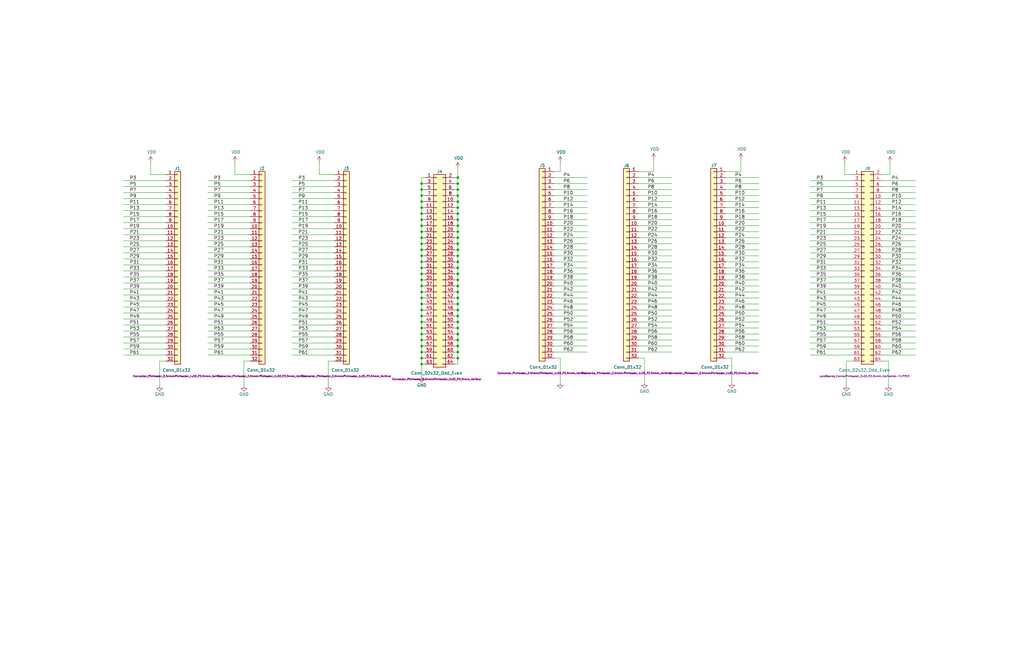
<source format=kicad_sch>
(kicad_sch (version 20230121) (generator eeschema)
  (paper "B")
  (title_block (title "ITX-65C816") (date "2022-08-30") (company "land-boards.com") (comment 1 "65C816 CPU CARD"))
  (lib_symbols
    (symbol "Connector_Generic:Conn_01x32" (pin_names (offset 1.016) hide)
      (property "Reference" "J" (at 0 40.64 0))
      (property "Value" "Conn_01x32" (at 0 -43.18 0))
      (symbol "Conn_01x32_1_1"
        (pin passive line (at -5.08 38.1 0) (length 3.81) (name "Pin_1") (number "1"))
        (pin passive line (at -5.08 15.24 0) (length 3.81) (name "Pin_10") (number "10"))
        (pin passive line (at -5.08 12.7 0) (length 3.81) (name "Pin_11") (number "11"))
        (pin passive line (at -5.08 10.16 0) (length 3.81) (name "Pin_12") (number "12"))
        (pin passive line (at -5.08 7.62 0) (length 3.81) (name "Pin_13") (number "13"))
        (pin passive line (at -5.08 5.08 0) (length 3.81) (name "Pin_14") (number "14"))
        (pin passive line (at -5.08 2.54 0) (length 3.81) (name "Pin_15") (number "15"))
        (pin passive line (at -5.08 0 0) (length 3.81) (name "Pin_16") (number "16"))
        (pin passive line (at -5.08 -2.54 0) (length 3.81) (name "Pin_17") (number "17"))
        (pin passive line (at -5.08 -5.08 0) (length 3.81) (name "Pin_18") (number "18"))
        (pin passive line (at -5.08 -7.62 0) (length 3.81) (name "Pin_19") (number "19"))
        (pin passive line (at -5.08 35.56 0) (length 3.81) (name "Pin_2") (number "2"))
        (pin passive line (at -5.08 -10.16 0) (length 3.81) (name "Pin_20") (number "20"))
        (pin passive line (at -5.08 -12.7 0) (length 3.81) (name "Pin_21") (number "21"))
        (pin passive line (at -5.08 -15.24 0) (length 3.81) (name "Pin_22") (number "22"))
        (pin passive line (at -5.08 -17.78 0) (length 3.81) (name "Pin_23") (number "23"))
        (pin passive line (at -5.08 -20.32 0) (length 3.81) (name "Pin_24") (number "24"))
        (pin passive line (at -5.08 -22.86 0) (length 3.81) (name "Pin_25") (number "25"))
        (pin passive line (at -5.08 -25.4 0) (length 3.81) (name "Pin_26") (number "26"))
        (pin passive line (at -5.08 -27.94 0) (length 3.81) (name "Pin_27") (number "27"))
        (pin passive line (at -5.08 -30.48 0) (length 3.81) (name "Pin_28") (number "28"))
        (pin passive line (at -5.08 -33.02 0) (length 3.81) (name "Pin_29") (number "29"))
        (pin passive line (at -5.08 33.02 0) (length 3.81) (name "Pin_3") (number "3"))
        (pin passive line (at -5.08 -35.56 0) (length 3.81) (name "Pin_30") (number "30"))
        (pin passive line (at -5.08 -38.1 0) (length 3.81) (name "Pin_31") (number "31"))
        (pin passive line (at -5.08 -40.64 0) (length 3.81) (name "Pin_32") (number "32"))
        (pin passive line (at -5.08 30.48 0) (length 3.81) (name "Pin_4") (number "4"))
        (pin passive line (at -5.08 27.94 0) (length 3.81) (name "Pin_5") (number "5"))
        (pin passive line (at -5.08 25.4 0) (length 3.81) (name "Pin_6") (number "6"))
        (pin passive line (at -5.08 22.86 0) (length 3.81) (name "Pin_7") (number "7"))
        (pin passive line (at -5.08 20.32 0) (length 3.81) (name "Pin_8") (number "8"))
        (pin passive line (at -5.08 17.78 0) (length 3.81) (name "Pin_9") (number "9"))
      )
    )
    (symbol "Connector_Generic:Conn_02x32_Odd_Even" (pin_names (offset 1.016) hide)
      (property "Reference" "J" (at 1.27 40.64 0))
      (property "Value" "Conn_02x32_Odd_Even" (at 1.27 -43.18 0))
      (symbol "Conn_02x32_Odd_Even_1_1"
        (pin passive line (at -5.08 38.1 0) (length 3.81) (name "Pin_1") (number "1"))
        (pin passive line (at 7.62 27.94 180) (length 3.81) (name "Pin_10") (number "10"))
        (pin passive line (at -5.08 25.4 0) (length 3.81) (name "Pin_11") (number "11"))
        (pin passive line (at 7.62 25.4 180) (length 3.81) (name "Pin_12") (number "12"))
        (pin passive line (at -5.08 22.86 0) (length 3.81) (name "Pin_13") (number "13"))
        (pin passive line (at 7.62 22.86 180) (length 3.81) (name "Pin_14") (number "14"))
        (pin passive line (at -5.08 20.32 0) (length 3.81) (name "Pin_15") (number "15"))
        (pin passive line (at 7.62 20.32 180) (length 3.81) (name "Pin_16") (number "16"))
        (pin passive line (at -5.08 17.78 0) (length 3.81) (name "Pin_17") (number "17"))
        (pin passive line (at 7.62 17.78 180) (length 3.81) (name "Pin_18") (number "18"))
        (pin passive line (at -5.08 15.24 0) (length 3.81) (name "Pin_19") (number "19"))
        (pin passive line (at 7.62 38.1 180) (length 3.81) (name "Pin_2") (number "2"))
        (pin passive line (at 7.62 15.24 180) (length 3.81) (name "Pin_20") (number "20"))
        (pin passive line (at -5.08 12.7 0) (length 3.81) (name "Pin_21") (number "21"))
        (pin passive line (at 7.62 12.7 180) (length 3.81) (name "Pin_22") (number "22"))
        (pin passive line (at -5.08 10.16 0) (length 3.81) (name "Pin_23") (number "23"))
        (pin passive line (at 7.62 10.16 180) (length 3.81) (name "Pin_24") (number "24"))
        (pin passive line (at -5.08 7.62 0) (length 3.81) (name "Pin_25") (number "25"))
        (pin passive line (at 7.62 7.62 180) (length 3.81) (name "Pin_26") (number "26"))
        (pin passive line (at -5.08 5.08 0) (length 3.81) (name "Pin_27") (number "27"))
        (pin passive line (at 7.62 5.08 180) (length 3.81) (name "Pin_28") (number "28"))
        (pin passive line (at -5.08 2.54 0) (length 3.81) (name "Pin_29") (number "29"))
        (pin passive line (at -5.08 35.56 0) (length 3.81) (name "Pin_3") (number "3"))
        (pin passive line (at 7.62 2.54 180) (length 3.81) (name "Pin_30") (number "30"))
        (pin passive line (at -5.08 0 0) (length 3.81) (name "Pin_31") (number "31"))
        (pin passive line (at 7.62 0 180) (length 3.81) (name "Pin_32") (number "32"))
        (pin passive line (at -5.08 -2.54 0) (length 3.81) (name "Pin_33") (number "33"))
        (pin passive line (at 7.62 -2.54 180) (length 3.81) (name "Pin_34") (number "34"))
        (pin passive line (at -5.08 -5.08 0) (length 3.81) (name "Pin_35") (number "35"))
        (pin passive line (at 7.62 -5.08 180) (length 3.81) (name "Pin_36") (number "36"))
        (pin passive line (at -5.08 -7.62 0) (length 3.81) (name "Pin_37") (number "37"))
        (pin passive line (at 7.62 -7.62 180) (length 3.81) (name "Pin_38") (number "38"))
        (pin passive line (at -5.08 -10.16 0) (length 3.81) (name "Pin_39") (number "39"))
        (pin passive line (at 7.62 35.56 180) (length 3.81) (name "Pin_4") (number "4"))
        (pin passive line (at 7.62 -10.16 180) (length 3.81) (name "Pin_40") (number "40"))
        (pin passive line (at -5.08 -12.7 0) (length 3.81) (name "Pin_41") (number "41"))
        (pin passive line (at 7.62 -12.7 180) (length 3.81) (name "Pin_42") (number "42"))
        (pin passive line (at -5.08 -15.24 0) (length 3.81) (name "Pin_43") (number "43"))
        (pin passive line (at 7.62 -15.24 180) (length 3.81) (name "Pin_44") (number "44"))
        (pin passive line (at -5.08 -17.78 0) (length 3.81) (name "Pin_45") (number "45"))
        (pin passive line (at 7.62 -17.78 180) (length 3.81) (name "Pin_46") (number "46"))
        (pin passive line (at -5.08 -20.32 0) (length 3.81) (name "Pin_47") (number "47"))
        (pin passive line (at 7.62 -20.32 180) (length 3.81) (name "Pin_48") (number "48"))
        (pin passive line (at -5.08 -22.86 0) (length 3.81) (name "Pin_49") (number "49"))
        (pin passive line (at -5.08 33.02 0) (length 3.81) (name "Pin_5") (number "5"))
        (pin passive line (at 7.62 -22.86 180) (length 3.81) (name "Pin_50") (number "50"))
        (pin passive line (at -5.08 -25.4 0) (length 3.81) (name "Pin_51") (number "51"))
        (pin passive line (at 7.62 -25.4 180) (length 3.81) (name "Pin_52") (number "52"))
        (pin passive line (at -5.08 -27.94 0) (length 3.81) (name "Pin_53") (number "53"))
        (pin passive line (at 7.62 -27.94 180) (length 3.81) (name "Pin_54") (number "54"))
        (pin passive line (at -5.08 -30.48 0) (length 3.81) (name "Pin_55") (number "55"))
        (pin passive line (at 7.62 -30.48 180) (length 3.81) (name "Pin_56") (number "56"))
        (pin passive line (at -5.08 -33.02 0) (length 3.81) (name "Pin_57") (number "57"))
        (pin passive line (at 7.62 -33.02 180) (length 3.81) (name "Pin_58") (number "58"))
        (pin passive line (at -5.08 -35.56 0) (length 3.81) (name "Pin_59") (number "59"))
        (pin passive line (at 7.62 33.02 180) (length 3.81) (name "Pin_6") (number "6"))
        (pin passive line (at 7.62 -35.56 180) (length 3.81) (name "Pin_60") (number "60"))
        (pin passive line (at -5.08 -38.1 0) (length 3.81) (name "Pin_61") (number "61"))
        (pin passive line (at 7.62 -38.1 180) (length 3.81) (name "Pin_62") (number "62"))
        (pin passive line (at -5.08 -40.64 0) (length 3.81) (name "Pin_63") (number "63"))
        (pin passive line (at 7.62 -40.64 180) (length 3.81) (name "Pin_64") (number "64"))
        (pin passive line (at -5.08 30.48 0) (length 3.81) (name "Pin_7") (number "7"))
        (pin passive line (at 7.62 30.48 180) (length 3.81) (name "Pin_8") (number "8"))
        (pin passive line (at -5.08 27.94 0) (length 3.81) (name "Pin_9") (number "9"))
      )
    )
    (symbol "power:GND" (power) (pin_names (offset 0))
      (property "Value" "GND" (at 0 -3.81 0))
      (symbol "GND_1_1"
        (pin power_in line (at 0 0 270) (length 0) hide (name "GND") (number "1"))
      )
    )
    (symbol "power:VDD" (power) (pin_names (offset 0))
      (property "Value" "VDD" (at 0 3.81 0))
      (symbol "VDD_1_1"
        (pin power_in line (at 0 0 90) (length 0) hide (name "VDD") (number "1"))
      )
    )
  )
  (junction (at 177.8 143.51))
  (junction (at 177.8 123.19))
  (junction (at 193.04 92.71))
  (junction (at 177.8 138.43))
  (junction (at 193.04 130.81))
  (junction (at 193.04 105.41))
  (junction (at 177.8 85.09))
  (junction (at 193.04 97.79))
  (junction (at 177.8 146.05))
  (junction (at 177.8 107.95))
  (junction (at 193.04 135.89))
  (junction (at 177.8 82.55))
  (junction (at 177.8 77.47))
  (junction (at 177.8 128.27))
  (junction (at 177.8 140.97))
  (junction (at 177.8 100.33))
  (junction (at 193.04 77.47))
  (junction (at 177.8 130.81))
  (junction (at 177.8 113.03))
  (junction (at 177.8 118.11))
  (junction (at 177.8 153.67))
  (junction (at 177.8 102.87))
  (junction (at 193.04 87.63))
  (junction (at 193.04 133.35))
  (junction (at 177.8 87.63))
  (junction (at 193.04 140.97))
  (junction (at 177.8 110.49))
  (junction (at 193.04 125.73))
  (junction (at 193.04 151.13))
  (junction (at 193.04 102.87))
  (junction (at 177.8 115.57))
  (junction (at 177.8 105.41))
  (junction (at 177.8 151.13))
  (junction (at 193.04 100.33))
  (junction (at 193.04 80.01))
  (junction (at 193.04 95.25))
  (junction (at 193.04 113.03))
  (junction (at 193.04 123.19))
  (junction (at 193.04 120.65))
  (junction (at 193.04 107.95))
  (junction (at 193.04 115.57))
  (junction (at 177.8 97.79))
  (junction (at 193.04 118.11))
  (junction (at 193.04 128.27))
  (junction (at 177.8 135.89))
  (junction (at 193.04 143.51))
  (junction (at 177.8 133.35))
  (junction (at 177.8 90.17))
  (junction (at 177.8 95.25))
  (junction (at 193.04 148.59))
  (junction (at 193.04 146.05))
  (junction (at 177.8 120.65))
  (junction (at 177.8 92.71))
  (junction (at 193.04 85.09))
  (junction (at 193.04 74.93))
  (junction (at 177.8 125.73))
  (junction (at 177.8 148.59))
  (junction (at 193.04 138.43))
  (junction (at 177.8 80.01))
  (junction (at 193.04 90.17))
  (junction (at 193.04 82.55))
  (junction (at 193.04 110.49))
  (wire (pts (xy 123.19 91.44) (xy 140.97 91.44)))
  (wire (pts (xy 320.04 113.03) (xy 306.07 113.03)))
  (wire (pts (xy 193.04 148.59) (xy 193.04 151.13)))
  (wire (pts (xy 134.62 73.66) (xy 134.62 68.58)))
  (wire (pts (xy 191.77 125.73) (xy 193.04 125.73)))
  (wire (pts (xy 193.04 82.55) (xy 193.04 85.09)))
  (wire (pts (xy 177.8 148.59) (xy 177.8 151.13)))
  (wire (pts (xy 193.04 100.33) (xy 193.04 102.87)))
  (wire (pts (xy 283.21 138.43) (xy 269.24 138.43)))
  (wire (pts (xy 191.77 87.63) (xy 193.04 87.63)))
  (wire (pts (xy 140.97 101.6) (xy 123.19 101.6)))
  (wire (pts (xy 87.63 81.28) (xy 105.41 81.28)))
  (wire (pts (xy 63.5 68.58) (xy 63.5 73.66)))
  (wire (pts (xy 386.08 147.32) (xy 372.11 147.32)))
  (wire (pts (xy 247.65 140.97) (xy 233.68 140.97)))
  (wire (pts (xy 87.63 76.2) (xy 105.41 76.2)))
  (wire (pts (xy 359.41 139.7) (xy 341.63 139.7)))
  (wire (pts (xy 69.85 109.22) (xy 52.07 109.22)))
  (wire (pts (xy 247.65 138.43) (xy 233.68 138.43)))
  (wire (pts (xy 269.24 77.47) (xy 283.21 77.47)))
  (wire (pts (xy 359.41 134.62) (xy 341.63 134.62)))
  (wire (pts (xy 191.77 74.93) (xy 193.04 74.93)))
  (wire (pts (xy 105.41 149.86) (xy 87.63 149.86)))
  (wire (pts (xy 386.08 139.7) (xy 372.11 139.7)))
  (wire (pts (xy 140.97 134.62) (xy 123.19 134.62)))
  (wire (pts (xy 247.65 115.57) (xy 233.68 115.57)))
  (wire (pts (xy 123.19 86.36) (xy 140.97 86.36)))
  (wire (pts (xy 271.78 151.13) (xy 271.78 161.29)))
  (wire (pts (xy 308.61 151.13) (xy 308.61 161.29)))
  (wire (pts (xy 105.41 134.62) (xy 87.63 134.62)))
  (wire (pts (xy 193.04 71.12) (xy 193.04 74.93)))
  (wire (pts (xy 359.41 137.16) (xy 341.63 137.16)))
  (wire (pts (xy 63.5 73.66) (xy 69.85 73.66)))
  (wire (pts (xy 177.8 120.65) (xy 179.07 120.65)))
  (wire (pts (xy 177.8 151.13) (xy 177.8 153.67)))
  (wire (pts (xy 386.08 134.62) (xy 372.11 134.62)))
  (wire (pts (xy 247.65 120.65) (xy 233.68 120.65)))
  (wire (pts (xy 177.8 143.51) (xy 179.07 143.51)))
  (wire (pts (xy 359.41 109.22) (xy 341.63 109.22)))
  (wire (pts (xy 372.11 93.98) (xy 386.08 93.98)))
  (wire (pts (xy 233.68 80.01) (xy 247.65 80.01)))
  (wire (pts (xy 306.07 90.17) (xy 320.04 90.17)))
  (wire (pts (xy 177.8 102.87) (xy 179.07 102.87)))
  (wire (pts (xy 386.08 111.76) (xy 372.11 111.76)))
  (wire (pts (xy 193.04 130.81) (xy 193.04 133.35)))
  (wire (pts (xy 359.41 101.6) (xy 341.63 101.6)))
  (wire (pts (xy 193.04 133.35) (xy 193.04 135.89)))
  (wire (pts (xy 320.04 118.11) (xy 306.07 118.11)))
  (wire (pts (xy 193.04 143.51) (xy 193.04 146.05)))
  (wire (pts (xy 359.41 106.68) (xy 341.63 106.68)))
  (wire (pts (xy 177.8 85.09) (xy 179.07 85.09)))
  (wire (pts (xy 341.63 86.36) (xy 359.41 86.36)))
  (wire (pts (xy 372.11 152.4) (xy 374.65 152.4)))
  (wire (pts (xy 140.97 149.86) (xy 123.19 149.86)))
  (wire (pts (xy 386.08 137.16) (xy 372.11 137.16)))
  (wire (pts (xy 320.04 146.05) (xy 306.07 146.05)))
  (wire (pts (xy 177.8 110.49) (xy 177.8 113.03)))
  (wire (pts (xy 283.21 125.73) (xy 269.24 125.73)))
  (wire (pts (xy 177.8 125.73) (xy 179.07 125.73)))
  (wire (pts (xy 283.21 128.27) (xy 269.24 128.27)))
  (wire (pts (xy 123.19 81.28) (xy 140.97 81.28)))
  (wire (pts (xy 69.85 149.86) (xy 52.07 149.86)))
  (wire (pts (xy 177.8 140.97) (xy 177.8 143.51)))
  (wire (pts (xy 105.41 147.32) (xy 87.63 147.32)))
  (wire (pts (xy 177.8 146.05) (xy 179.07 146.05)))
  (wire (pts (xy 69.85 119.38) (xy 52.07 119.38)))
  (wire (pts (xy 386.08 119.38) (xy 372.11 119.38)))
  (wire (pts (xy 177.8 113.03) (xy 177.8 115.57)))
  (wire (pts (xy 247.65 143.51) (xy 233.68 143.51)))
  (wire (pts (xy 269.24 82.55) (xy 283.21 82.55)))
  (wire (pts (xy 269.24 151.13) (xy 271.78 151.13)))
  (wire (pts (xy 359.41 127) (xy 341.63 127)))
  (wire (pts (xy 359.41 73.66) (xy 356.235 73.66)))
  (wire (pts (xy 386.08 142.24) (xy 372.11 142.24)))
  (wire (pts (xy 140.97 132.08) (xy 123.19 132.08)))
  (wire (pts (xy 177.8 74.93) (xy 179.07 74.93)))
  (wire (pts (xy 191.77 153.67) (xy 193.04 153.67)))
  (wire (pts (xy 191.77 82.55) (xy 193.04 82.55)))
  (wire (pts (xy 341.63 83.82) (xy 359.41 83.82)))
  (wire (pts (xy 320.04 123.19) (xy 306.07 123.19)))
  (wire (pts (xy 247.65 97.79) (xy 233.68 97.79)))
  (wire (pts (xy 356.87 162.56) (xy 356.87 152.4)))
  (wire (pts (xy 341.63 88.9) (xy 359.41 88.9)))
  (wire (pts (xy 233.68 72.39) (xy 236.22 72.39)))
  (wire (pts (xy 193.04 77.47) (xy 193.04 80.01)))
  (wire (pts (xy 193.04 105.41) (xy 193.04 107.95)))
  (wire (pts (xy 283.21 123.19) (xy 269.24 123.19)))
  (wire (pts (xy 177.8 125.73) (xy 177.8 128.27)))
  (wire (pts (xy 359.41 116.84) (xy 341.63 116.84)))
  (wire (pts (xy 193.04 128.27) (xy 193.04 130.81)))
  (wire (pts (xy 247.65 135.89) (xy 233.68 135.89)))
  (wire (pts (xy 236.22 72.39) (xy 236.22 68.58)))
  (wire (pts (xy 52.07 76.2) (xy 69.85 76.2)))
  (wire (pts (xy 123.19 88.9) (xy 140.97 88.9)))
  (wire (pts (xy 87.63 86.36) (xy 105.41 86.36)))
  (wire (pts (xy 99.06 73.66) (xy 99.06 68.58)))
  (wire (pts (xy 140.97 111.76) (xy 123.19 111.76)))
  (wire (pts (xy 191.77 140.97) (xy 193.04 140.97)))
  (wire (pts (xy 177.8 74.93) (xy 177.8 77.47)))
  (wire (pts (xy 193.04 135.89) (xy 193.04 138.43)))
  (wire (pts (xy 177.8 100.33) (xy 179.07 100.33)))
  (wire (pts (xy 306.07 80.01) (xy 320.04 80.01)))
  (wire (pts (xy 386.08 149.86) (xy 372.11 149.86)))
  (wire (pts (xy 283.21 100.33) (xy 269.24 100.33)))
  (wire (pts (xy 386.08 109.22) (xy 372.11 109.22)))
  (wire (pts (xy 359.41 129.54) (xy 341.63 129.54)))
  (wire (pts (xy 140.97 127) (xy 123.19 127)))
  (wire (pts (xy 177.8 90.17) (xy 177.8 92.71)))
  (wire (pts (xy 69.85 121.92) (xy 52.07 121.92)))
  (wire (pts (xy 191.77 85.09) (xy 193.04 85.09)))
  (wire (pts (xy 372.11 96.52) (xy 386.08 96.52)))
  (wire (pts (xy 269.24 72.39) (xy 275.59 72.39)))
  (wire (pts (xy 233.68 74.93) (xy 247.65 74.93)))
  (wire (pts (xy 177.8 115.57) (xy 177.8 118.11)))
  (wire (pts (xy 177.8 87.63) (xy 177.8 90.17)))
  (wire (pts (xy 283.21 105.41) (xy 269.24 105.41)))
  (wire (pts (xy 269.24 80.01) (xy 283.21 80.01)))
  (wire (pts (xy 306.07 151.13) (xy 308.61 151.13)))
  (wire (pts (xy 67.31 152.4) (xy 69.85 152.4)))
  (wire (pts (xy 233.68 87.63) (xy 247.65 87.63)))
  (wire (pts (xy 105.41 139.7) (xy 87.63 139.7)))
  (wire (pts (xy 193.04 118.11) (xy 193.04 120.65)))
  (wire (pts (xy 177.8 128.27) (xy 177.8 130.81)))
  (wire (pts (xy 52.07 93.98) (xy 69.85 93.98)))
  (wire (pts (xy 269.24 87.63) (xy 283.21 87.63)))
  (wire (pts (xy 140.97 109.22) (xy 123.19 109.22)))
  (wire (pts (xy 177.8 90.17) (xy 179.07 90.17)))
  (wire (pts (xy 359.41 121.92) (xy 341.63 121.92)))
  (wire (pts (xy 306.07 72.39) (xy 312.42 72.39)))
  (wire (pts (xy 140.97 137.16) (xy 123.19 137.16)))
  (wire (pts (xy 356.87 152.4) (xy 359.41 152.4)))
  (wire (pts (xy 177.8 153.67) (xy 179.07 153.67)))
  (wire (pts (xy 341.63 91.44) (xy 359.41 91.44)))
  (wire (pts (xy 269.24 95.25) (xy 283.21 95.25)))
  (wire (pts (xy 123.19 78.74) (xy 140.97 78.74)))
  (wire (pts (xy 191.77 123.19) (xy 193.04 123.19)))
  (wire (pts (xy 177.8 105.41) (xy 179.07 105.41)))
  (wire (pts (xy 69.85 142.24) (xy 52.07 142.24)))
  (wire (pts (xy 320.04 110.49) (xy 306.07 110.49)))
  (wire (pts (xy 283.21 135.89) (xy 269.24 135.89)))
  (wire (pts (xy 177.8 123.19) (xy 179.07 123.19)))
  (wire (pts (xy 87.63 88.9) (xy 105.41 88.9)))
  (wire (pts (xy 386.08 124.46) (xy 372.11 124.46)))
  (wire (pts (xy 69.85 106.68) (xy 52.07 106.68)))
  (wire (pts (xy 306.07 87.63) (xy 320.04 87.63)))
  (wire (pts (xy 123.19 96.52) (xy 140.97 96.52)))
  (wire (pts (xy 191.77 138.43) (xy 193.04 138.43)))
  (wire (pts (xy 283.21 148.59) (xy 269.24 148.59)))
  (wire (pts (xy 283.21 107.95) (xy 269.24 107.95)))
  (wire (pts (xy 140.97 116.84) (xy 123.19 116.84)))
  (wire (pts (xy 177.8 123.19) (xy 177.8 125.73)))
  (wire (pts (xy 193.04 151.13) (xy 193.04 153.67)))
  (wire (pts (xy 247.65 102.87) (xy 233.68 102.87)))
  (wire (pts (xy 177.8 120.65) (xy 177.8 123.19)))
  (wire (pts (xy 177.8 115.57) (xy 179.07 115.57)))
  (wire (pts (xy 140.97 147.32) (xy 123.19 147.32)))
  (wire (pts (xy 52.07 78.74) (xy 69.85 78.74)))
  (wire (pts (xy 177.8 97.79) (xy 177.8 100.33)))
  (wire (pts (xy 320.04 128.27) (xy 306.07 128.27)))
  (wire (pts (xy 193.04 97.79) (xy 193.04 100.33)))
  (wire (pts (xy 269.24 92.71) (xy 283.21 92.71)))
  (wire (pts (xy 105.41 127) (xy 87.63 127)))
  (wire (pts (xy 247.65 110.49) (xy 233.68 110.49)))
  (wire (pts (xy 191.77 115.57) (xy 193.04 115.57)))
  (wire (pts (xy 177.8 100.33) (xy 177.8 102.87)))
  (wire (pts (xy 87.63 93.98) (xy 105.41 93.98)))
  (wire (pts (xy 320.04 125.73) (xy 306.07 125.73)))
  (wire (pts (xy 341.63 76.2) (xy 359.41 76.2)))
  (wire (pts (xy 177.8 118.11) (xy 179.07 118.11)))
  (wire (pts (xy 177.8 133.35) (xy 179.07 133.35)))
  (wire (pts (xy 105.41 129.54) (xy 87.63 129.54)))
  (wire (pts (xy 193.04 138.43) (xy 193.04 140.97)))
  (wire (pts (xy 233.68 82.55) (xy 247.65 82.55)))
  (wire (pts (xy 320.04 107.95) (xy 306.07 107.95)))
  (wire (pts (xy 191.77 95.25) (xy 193.04 95.25)))
  (wire (pts (xy 320.04 138.43) (xy 306.07 138.43)))
  (wire (pts (xy 177.8 82.55) (xy 177.8 85.09)))
  (wire (pts (xy 372.11 83.82) (xy 386.08 83.82)))
  (wire (pts (xy 320.04 140.97) (xy 306.07 140.97)))
  (wire (pts (xy 191.77 146.05) (xy 193.04 146.05)))
  (wire (pts (xy 105.41 106.68) (xy 87.63 106.68)))
  (wire (pts (xy 177.8 80.01) (xy 179.07 80.01)))
  (wire (pts (xy 177.8 77.47) (xy 179.07 77.47)))
  (wire (pts (xy 177.8 148.59) (xy 179.07 148.59)))
  (wire (pts (xy 306.07 95.25) (xy 320.04 95.25)))
  (wire (pts (xy 69.85 147.32) (xy 52.07 147.32)))
  (wire (pts (xy 193.04 120.65) (xy 193.04 123.19)))
  (wire (pts (xy 341.63 78.74) (xy 359.41 78.74)))
  (wire (pts (xy 193.04 80.01) (xy 193.04 82.55)))
  (wire (pts (xy 105.41 104.14) (xy 87.63 104.14)))
  (wire (pts (xy 177.8 138.43) (xy 177.8 140.97)))
  (wire (pts (xy 140.97 99.06) (xy 123.19 99.06)))
  (wire (pts (xy 69.85 111.76) (xy 52.07 111.76)))
  (wire (pts (xy 191.77 148.59) (xy 193.04 148.59)))
  (wire (pts (xy 359.41 104.14) (xy 341.63 104.14)))
  (wire (pts (xy 123.19 83.82) (xy 140.97 83.82)))
  (wire (pts (xy 359.41 149.86) (xy 341.63 149.86)))
  (wire (pts (xy 69.85 124.46) (xy 52.07 124.46)))
  (wire (pts (xy 87.63 78.74) (xy 105.41 78.74)))
  (wire (pts (xy 359.41 111.76) (xy 341.63 111.76)))
  (wire (pts (xy 105.41 101.6) (xy 87.63 101.6)))
  (wire (pts (xy 177.8 92.71) (xy 179.07 92.71)))
  (wire (pts (xy 191.77 133.35) (xy 193.04 133.35)))
  (wire (pts (xy 177.8 107.95) (xy 177.8 110.49)))
  (wire (pts (xy 320.04 115.57) (xy 306.07 115.57)))
  (wire (pts (xy 247.65 148.59) (xy 233.68 148.59)))
  (wire (pts (xy 312.42 72.39) (xy 312.42 67.31)))
  (wire (pts (xy 52.07 88.9) (xy 69.85 88.9)))
  (wire (pts (xy 140.97 106.68) (xy 123.19 106.68)))
  (wire (pts (xy 359.41 99.06) (xy 341.63 99.06)))
  (wire (pts (xy 247.65 107.95) (xy 233.68 107.95)))
  (wire (pts (xy 372.11 78.74) (xy 386.08 78.74)))
  (wire (pts (xy 177.8 130.81) (xy 179.07 130.81)))
  (wire (pts (xy 191.77 80.01) (xy 193.04 80.01)))
  (wire (pts (xy 341.63 81.28) (xy 359.41 81.28)))
  (wire (pts (xy 320.04 130.81) (xy 306.07 130.81)))
  (wire (pts (xy 320.04 148.59) (xy 306.07 148.59)))
  (wire (pts (xy 233.68 90.17) (xy 247.65 90.17)))
  (wire (pts (xy 283.21 143.51) (xy 269.24 143.51)))
  (wire (pts (xy 177.8 85.09) (xy 177.8 87.63)))
  (wire (pts (xy 177.8 133.35) (xy 177.8 135.89)))
  (wire (pts (xy 375.285 73.66) (xy 375.285 68.58)))
  (wire (pts (xy 247.65 146.05) (xy 233.68 146.05)))
  (wire (pts (xy 372.11 88.9) (xy 386.08 88.9)))
  (wire (pts (xy 177.8 140.97) (xy 179.07 140.97)))
  (wire (pts (xy 177.8 92.71) (xy 177.8 95.25)))
  (wire (pts (xy 177.8 95.25) (xy 179.07 95.25)))
  (wire (pts (xy 320.04 135.89) (xy 306.07 135.89)))
  (wire (pts (xy 191.77 130.81) (xy 193.04 130.81)))
  (wire (pts (xy 372.11 73.66) (xy 375.285 73.66)))
  (wire (pts (xy 193.04 74.93) (xy 193.04 77.47)))
  (wire (pts (xy 87.63 83.82) (xy 105.41 83.82)))
  (wire (pts (xy 247.65 105.41) (xy 233.68 105.41)))
  (wire (pts (xy 386.08 106.68) (xy 372.11 106.68)))
  (wire (pts (xy 191.77 102.87) (xy 193.04 102.87)))
  (wire (pts (xy 191.77 107.95) (xy 193.04 107.95)))
  (wire (pts (xy 320.04 105.41) (xy 306.07 105.41)))
  (wire (pts (xy 193.04 102.87) (xy 193.04 105.41)))
  (wire (pts (xy 177.8 105.41) (xy 177.8 107.95)))
  (wire (pts (xy 247.65 100.33) (xy 233.68 100.33)))
  (wire (pts (xy 52.07 96.52) (xy 69.85 96.52)))
  (wire (pts (xy 102.87 152.4) (xy 105.41 152.4)))
  (wire (pts (xy 386.08 104.14) (xy 372.11 104.14)))
  (wire (pts (xy 191.77 105.41) (xy 193.04 105.41)))
  (wire (pts (xy 386.08 132.08) (xy 372.11 132.08)))
  (wire (pts (xy 140.97 121.92) (xy 123.19 121.92)))
  (wire (pts (xy 177.8 87.63) (xy 179.07 87.63)))
  (wire (pts (xy 372.11 86.36) (xy 386.08 86.36)))
  (wire (pts (xy 177.8 143.51) (xy 177.8 146.05)))
  (wire (pts (xy 140.97 144.78) (xy 123.19 144.78)))
  (wire (pts (xy 359.41 147.32) (xy 341.63 147.32)))
  (wire (pts (xy 140.97 139.7) (xy 123.19 139.7)))
  (wire (pts (xy 320.04 133.35) (xy 306.07 133.35)))
  (wire (pts (xy 283.21 120.65) (xy 269.24 120.65)))
  (wire (pts (xy 177.8 130.81) (xy 177.8 133.35)))
  (wire (pts (xy 105.41 132.08) (xy 87.63 132.08)))
  (wire (pts (xy 193.04 92.71) (xy 193.04 95.25)))
  (wire (pts (xy 177.8 135.89) (xy 177.8 138.43)))
  (wire (pts (xy 386.08 121.92) (xy 372.11 121.92)))
  (wire (pts (xy 386.08 114.3) (xy 372.11 114.3)))
  (wire (pts (xy 193.04 110.49) (xy 193.04 113.03)))
  (wire (pts (xy 193.04 85.09) (xy 193.04 87.63)))
  (wire (pts (xy 386.08 101.6) (xy 372.11 101.6)))
  (wire (pts (xy 320.04 143.51) (xy 306.07 143.51)))
  (wire (pts (xy 52.07 86.36) (xy 69.85 86.36)))
  (wire (pts (xy 356.235 73.66) (xy 356.235 68.58)))
  (wire (pts (xy 191.77 100.33) (xy 193.04 100.33)))
  (wire (pts (xy 386.08 144.78) (xy 372.11 144.78)))
  (wire (pts (xy 105.41 119.38) (xy 87.63 119.38)))
  (wire (pts (xy 193.04 123.19) (xy 193.04 125.73)))
  (wire (pts (xy 191.77 151.13) (xy 193.04 151.13)))
  (wire (pts (xy 374.65 152.4) (xy 374.65 162.56)))
  (wire (pts (xy 191.77 110.49) (xy 193.04 110.49)))
  (wire (pts (xy 193.04 146.05) (xy 193.04 148.59)))
  (wire (pts (xy 191.77 113.03) (xy 193.04 113.03)))
  (wire (pts (xy 233.68 77.47) (xy 247.65 77.47)))
  (wire (pts (xy 69.85 99.06) (xy 52.07 99.06)))
  (wire (pts (xy 123.19 76.2) (xy 140.97 76.2)))
  (wire (pts (xy 177.8 95.25) (xy 177.8 97.79)))
  (wire (pts (xy 306.07 77.47) (xy 320.04 77.47)))
  (wire (pts (xy 233.68 92.71) (xy 247.65 92.71)))
  (wire (pts (xy 191.77 135.89) (xy 193.04 135.89)))
  (wire (pts (xy 140.97 73.66) (xy 134.62 73.66)))
  (wire (pts (xy 105.41 111.76) (xy 87.63 111.76)))
  (wire (pts (xy 191.77 120.65) (xy 193.04 120.65)))
  (wire (pts (xy 275.59 67.31) (xy 275.59 72.39)))
  (wire (pts (xy 138.43 152.4) (xy 140.97 152.4)))
  (wire (pts (xy 372.11 81.28) (xy 386.08 81.28)))
  (wire (pts (xy 177.8 138.43) (xy 179.07 138.43)))
  (wire (pts (xy 386.08 129.54) (xy 372.11 129.54)))
  (wire (pts (xy 247.65 118.11) (xy 233.68 118.11)))
  (wire (pts (xy 69.85 137.16) (xy 52.07 137.16)))
  (wire (pts (xy 193.04 87.63) (xy 193.04 90.17)))
  (wire (pts (xy 177.8 107.95) (xy 179.07 107.95)))
  (wire (pts (xy 320.04 100.33) (xy 306.07 100.33)))
  (wire (pts (xy 247.65 123.19) (xy 233.68 123.19)))
  (wire (pts (xy 140.97 114.3) (xy 123.19 114.3)))
  (wire (pts (xy 52.07 81.28) (xy 69.85 81.28)))
  (wire (pts (xy 105.41 116.84) (xy 87.63 116.84)))
  (wire (pts (xy 372.11 76.2) (xy 386.08 76.2)))
  (wire (pts (xy 283.21 110.49) (xy 269.24 110.49)))
  (wire (pts (xy 191.77 143.51) (xy 193.04 143.51)))
  (wire (pts (xy 138.43 152.4) (xy 138.43 162.56)))
  (wire (pts (xy 67.31 152.4) (xy 67.31 162.56)))
  (wire (pts (xy 177.8 97.79) (xy 179.07 97.79)))
  (wire (pts (xy 52.07 91.44) (xy 69.85 91.44)))
  (wire (pts (xy 306.07 92.71) (xy 320.04 92.71)))
  (wire (pts (xy 177.8 135.89) (xy 179.07 135.89)))
  (wire (pts (xy 372.11 91.44) (xy 386.08 91.44)))
  (wire (pts (xy 359.41 144.78) (xy 341.63 144.78)))
  (wire (pts (xy 359.41 124.46) (xy 341.63 124.46)))
  (wire (pts (xy 87.63 91.44) (xy 105.41 91.44)))
  (wire (pts (xy 69.85 116.84) (xy 52.07 116.84)))
  (wire (pts (xy 269.24 74.93) (xy 283.21 74.93)))
  (wire (pts (xy 87.63 96.52) (xy 105.41 96.52)))
  (wire (pts (xy 359.41 114.3) (xy 341.63 114.3)))
  (wire (pts (xy 233.68 85.09) (xy 247.65 85.09)))
  (wire (pts (xy 269.24 85.09) (xy 283.21 85.09)))
  (wire (pts (xy 177.8 110.49) (xy 179.07 110.49)))
  (wire (pts (xy 236.22 151.13) (xy 236.22 161.29)))
  (wire (pts (xy 283.21 130.81) (xy 269.24 130.81)))
  (wire (pts (xy 247.65 125.73) (xy 233.68 125.73)))
  (wire (pts (xy 247.65 130.81) (xy 233.68 130.81)))
  (wire (pts (xy 177.8 153.67) (xy 177.8 158.75)))
  (wire (pts (xy 140.97 142.24) (xy 123.19 142.24)))
  (wire (pts (xy 140.97 124.46) (xy 123.19 124.46)))
  (wire (pts (xy 105.41 142.24) (xy 87.63 142.24)))
  (wire (pts (xy 105.41 73.66) (xy 99.06 73.66)))
  (wire (pts (xy 69.85 134.62) (xy 52.07 134.62)))
  (wire (pts (xy 306.07 85.09) (xy 320.04 85.09)))
  (wire (pts (xy 247.65 133.35) (xy 233.68 133.35)))
  (wire (pts (xy 341.63 93.98) (xy 359.41 93.98)))
  (wire (pts (xy 191.77 90.17) (xy 193.04 90.17)))
  (wire (pts (xy 193.04 140.97) (xy 193.04 143.51)))
  (wire (pts (xy 123.19 93.98) (xy 140.97 93.98)))
  (wire (pts (xy 359.41 132.08) (xy 341.63 132.08)))
  (wire (pts (xy 233.68 95.25) (xy 247.65 95.25)))
  (wire (pts (xy 359.41 142.24) (xy 341.63 142.24)))
  (wire (pts (xy 105.41 99.06) (xy 87.63 99.06)))
  (wire (pts (xy 177.8 128.27) (xy 179.07 128.27)))
  (wire (pts (xy 191.77 92.71) (xy 193.04 92.71)))
  (wire (pts (xy 105.41 124.46) (xy 87.63 124.46)))
  (wire (pts (xy 177.8 102.87) (xy 177.8 105.41)))
  (wire (pts (xy 177.8 82.55) (xy 179.07 82.55)))
  (wire (pts (xy 283.21 113.03) (xy 269.24 113.03)))
  (wire (pts (xy 341.63 96.52) (xy 359.41 96.52)))
  (wire (pts (xy 105.41 121.92) (xy 87.63 121.92)))
  (wire (pts (xy 140.97 104.14) (xy 123.19 104.14)))
  (wire (pts (xy 283.21 118.11) (xy 269.24 118.11)))
  (wire (pts (xy 52.07 83.82) (xy 69.85 83.82)))
  (wire (pts (xy 177.8 146.05) (xy 177.8 148.59)))
  (wire (pts (xy 69.85 101.6) (xy 52.07 101.6)))
  (wire (pts (xy 193.04 125.73) (xy 193.04 128.27)))
  (wire (pts (xy 69.85 144.78) (xy 52.07 144.78)))
  (wire (pts (xy 193.04 107.95) (xy 193.04 110.49)))
  (wire (pts (xy 105.41 144.78) (xy 87.63 144.78)))
  (wire (pts (xy 193.04 115.57) (xy 193.04 118.11)))
  (wire (pts (xy 306.07 82.55) (xy 320.04 82.55)))
  (wire (pts (xy 283.21 140.97) (xy 269.24 140.97)))
  (wire (pts (xy 283.21 133.35) (xy 269.24 133.35)))
  (wire (pts (xy 386.08 116.84) (xy 372.11 116.84)))
  (wire (pts (xy 69.85 132.08) (xy 52.07 132.08)))
  (wire (pts (xy 69.85 129.54) (xy 52.07 129.54)))
  (wire (pts (xy 386.08 127) (xy 372.11 127)))
  (wire (pts (xy 191.77 77.47) (xy 193.04 77.47)))
  (wire (pts (xy 193.04 90.17) (xy 193.04 92.71)))
  (wire (pts (xy 140.97 129.54) (xy 123.19 129.54)))
  (wire (pts (xy 306.07 74.93) (xy 320.04 74.93)))
  (wire (pts (xy 247.65 113.03) (xy 233.68 113.03)))
  (wire (pts (xy 140.97 119.38) (xy 123.19 119.38)))
  (wire (pts (xy 320.04 97.79) (xy 306.07 97.79)))
  (wire (pts (xy 359.41 119.38) (xy 341.63 119.38)))
  (wire (pts (xy 320.04 120.65) (xy 306.07 120.65)))
  (wire (pts (xy 283.21 102.87) (xy 269.24 102.87)))
  (wire (pts (xy 69.85 127) (xy 52.07 127)))
  (wire (pts (xy 69.85 114.3) (xy 52.07 114.3)))
  (wire (pts (xy 105.41 114.3) (xy 87.63 114.3)))
  (wire (pts (xy 386.08 99.06) (xy 372.11 99.06)))
  (wire (pts (xy 177.8 151.13) (xy 179.07 151.13)))
  (wire (pts (xy 177.8 77.47) (xy 177.8 80.01)))
  (wire (pts (xy 193.04 95.25) (xy 193.04 97.79)))
  (wire (pts (xy 105.41 137.16) (xy 87.63 137.16)))
  (wire (pts (xy 191.77 118.11) (xy 193.04 118.11)))
  (wire (pts (xy 283.21 146.05) (xy 269.24 146.05)))
  (wire (pts (xy 193.04 113.03) (xy 193.04 115.57)))
  (wire (pts (xy 191.77 97.79) (xy 193.04 97.79)))
  (wire (pts (xy 177.8 113.03) (xy 179.07 113.03)))
  (wire (pts (xy 69.85 104.14) (xy 52.07 104.14)))
  (wire (pts (xy 283.21 97.79) (xy 269.24 97.79)))
  (wire (pts (xy 102.87 152.4) (xy 102.87 162.56)))
  (wire (pts (xy 177.8 118.11) (xy 177.8 120.65)))
  (wire (pts (xy 177.8 80.01) (xy 177.8 82.55)))
  (wire (pts (xy 283.21 115.57) (xy 269.24 115.57)))
  (wire (pts (xy 191.77 128.27) (xy 193.04 128.27)))
  (wire (pts (xy 320.04 102.87) (xy 306.07 102.87)))
  (wire (pts (xy 233.68 151.13) (xy 236.22 151.13)))
  (wire (pts (xy 105.41 109.22) (xy 87.63 109.22)))
  (wire (pts (xy 247.65 128.27) (xy 233.68 128.27)))
  (wire (pts (xy 69.85 139.7) (xy 52.07 139.7)))
  (wire (pts (xy 269.24 90.17) (xy 283.21 90.17)))
  (label "P33" (at 54.61 114.3 0) (effects (font (size 1.397 1.397))))
  (label "P25" (at 54.61 104.14 0) (effects (font (size 1.397 1.397))))
  (label "P43" (at 90.17 127 0) (effects (font (size 1.397 1.397))))
  (label "P4" (at 237.49 74.93 0) (effects (font (size 1.397 1.397))))
  (label "P57" (at 90.17 144.78 0) (effects (font (size 1.397 1.397))))
  (label "P40" (at 273.05 120.65 0) (effects (font (size 1.397 1.397))))
  (label "P9" (at 54.61 83.82 0) (effects (font (size 1.397 1.397))))
  (label "P58" (at 309.88 143.51 0) (effects (font (size 1.397 1.397))))
  (label "P51" (at 344.17 137.16 0) (effects (font (size 1.397 1.397))))
  (label "P60" (at 237.49 146.05 0) (effects (font (size 1.397 1.397))))
  (label "P17" (at 90.17 93.98 0) (effects (font (size 1.397 1.397))))
  (label "P54" (at 309.88 138.43 0) (effects (font (size 1.397 1.397))))
  (label "P20" (at 237.49 95.25 0) (effects (font (size 1.397 1.397))))
  (label "P41" (at 125.73 124.46 0) (effects (font (size 1.397 1.397))))
  (label "P29" (at 90.17 109.22 0) (effects (font (size 1.397 1.397))))
  (label "P56" (at 375.92 142.24 0) (effects (font (size 1.397 1.397))))
  (label "P47" (at 125.73 132.08 0) (effects (font (size 1.397 1.397))))
  (label "P54" (at 273.05 138.43 0) (effects (font (size 1.397 1.397))))
  (label "P12" (at 375.92 86.36 0) (effects (font (size 1.397 1.397))))
  (label "P54" (at 375.92 139.7 0) (effects (font (size 1.397 1.397))))
  (label "P10" (at 237.49 82.55 0) (effects (font (size 1.397 1.397))))
  (label "P62" (at 375.92 149.86 0) (effects (font (size 1.397 1.397))))
  (label "P22" (at 309.88 97.79 0) (effects (font (size 1.397 1.397))))
  (label "P42" (at 375.92 124.46 0) (effects (font (size 1.397 1.397))))
  (label "P8" (at 375.92 81.28 0) (effects (font (size 1.397 1.397))))
  (label "P39" (at 90.17 121.92 0) (effects (font (size 1.397 1.397))))
  (label "P17" (at 125.73 93.98 0) (effects (font (size 1.397 1.397))))
  (label "P25" (at 344.17 104.14 0) (effects (font (size 1.397 1.397))))
  (label "P7" (at 125.73 81.28 0) (effects (font (size 1.397 1.397))))
  (label "P35" (at 125.73 116.84 0) (effects (font (size 1.397 1.397))))
  (label "P5" (at 90.17 78.74 0) (effects (font (size 1.397 1.397))))
  (label "P4" (at 375.92 76.2 0) (effects (font (size 1.397 1.397))))
  (label "P52" (at 309.88 135.89 0) (effects (font (size 1.397 1.397))))
  (label "P17" (at 54.61 93.98 0) (effects (font (size 1.397 1.397))))
  (label "P46" (at 237.49 128.27 0) (effects (font (size 1.397 1.397))))
  (label "P25" (at 90.17 104.14 0) (effects (font (size 1.397 1.397))))
  (label "P49" (at 90.17 134.62 0) (effects (font (size 1.397 1.397))))
  (label "P31" (at 90.17 111.76 0) (effects (font (size 1.397 1.397))))
  (label "P49" (at 54.61 134.62 0) (effects (font (size 1.397 1.397))))
  (label "P55" (at 125.73 142.24 0) (effects (font (size 1.397 1.397))))
  (label "P50" (at 273.05 133.35 0) (effects (font (size 1.397 1.397))))
  (label "P56" (at 309.88 140.97 0) (effects (font (size 1.397 1.397))))
  (label "P26" (at 375.92 104.14 0) (effects (font (size 1.397 1.397))))
  (label "P23" (at 125.73 101.6 0) (effects (font (size 1.397 1.397))))
  (label "P18" (at 273.05 92.71 0) (effects (font (size 1.397 1.397))))
  (label "P55" (at 344.17 142.24 0) (effects (font (size 1.397 1.397))))
  (label "P61" (at 90.17 149.86 0) (effects (font (size 1.397 1.397))))
  (label "P53" (at 90.17 139.7 0) (effects (font (size 1.397 1.397))))
  (label "P46" (at 375.92 129.54 0) (effects (font (size 1.397 1.397))))
  (label "P53" (at 344.17 139.7 0) (effects (font (size 1.397 1.397))))
  (label "P15" (at 54.61 91.44 0) (effects (font (size 1.397 1.397))))
  (label "P52" (at 375.92 137.16 0) (effects (font (size 1.397 1.397))))
  (label "P31" (at 125.73 111.76 0) (effects (font (size 1.397 1.397))))
  (label "P45" (at 54.61 129.54 0) (effects (font (size 1.397 1.397))))
  (label "P57" (at 54.61 144.78 0) (effects (font (size 1.397 1.397))))
  (label "P13" (at 90.17 88.9 0) (effects (font (size 1.397 1.397))))
  (label "P23" (at 90.17 101.6 0) (effects (font (size 1.397 1.397))))
  (label "P18" (at 375.92 93.98 0) (effects (font (size 1.397 1.397))))
  (label "P21" (at 344.17 99.06 0) (effects (font (size 1.397 1.397))))
  (label "P41" (at 344.17 124.46 0) (effects (font (size 1.397 1.397))))
  (label "P40" (at 237.49 120.65 0) (effects (font (size 1.397 1.397))))
  (label "P47" (at 90.17 132.08 0) (effects (font (size 1.397 1.397))))
  (label "P43" (at 54.61 127 0) (effects (font (size 1.397 1.397))))
  (label "P27" (at 54.61 106.68 0) (effects (font (size 1.397 1.397))))
  (label "P27" (at 125.73 106.68 0) (effects (font (size 1.397 1.397))))
  (label "P42" (at 237.49 123.19 0) (effects (font (size 1.397 1.397))))
  (label "P36" (at 375.92 116.84 0) (effects (font (size 1.397 1.397))))
  (label "P19" (at 344.17 96.52 0) (effects (font (size 1.397 1.397))))
  (label "P29" (at 344.17 109.22 0) (effects (font (size 1.397 1.397))))
  (label "P62" (at 273.05 148.59 0) (effects (font (size 1.397 1.397))))
  (label "P60" (at 309.88 146.05 0) (effects (font (size 1.397 1.397))))
  (label "P32" (at 237.49 110.49 0) (effects (font (size 1.397 1.397))))
  (label "P24" (at 375.92 101.6 0) (effects (font (size 1.397 1.397))))
  (label "P56" (at 237.49 140.97 0) (effects (font (size 1.397 1.397))))
  (label "P29" (at 54.61 109.22 0) (effects (font (size 1.397 1.397))))
  (label "P32" (at 309.88 110.49 0) (effects (font (size 1.397 1.397))))
  (label "P25" (at 125.73 104.14 0) (effects (font (size 1.397 1.397))))
  (label "P21" (at 54.61 99.06 0) (effects (font (size 1.397 1.397))))
  (label "P13" (at 125.73 88.9 0) (effects (font (size 1.397 1.397))))
  (label "P9" (at 125.73 83.82 0) (effects (font (size 1.397 1.397))))
  (label "P11" (at 54.61 86.36 0) (effects (font (size 1.397 1.397))))
  (label "P15" (at 344.17 91.44 0) (effects (font (size 1.397 1.397))))
  (label "P34" (at 375.92 114.3 0) (effects (font (size 1.397 1.397))))
  (label "P36" (at 309.88 115.57 0) (effects (font (size 1.397 1.397))))
  (label "P38" (at 375.92 119.38 0) (effects (font (size 1.397 1.397))))
  (label "P35" (at 90.17 116.84 0) (effects (font (size 1.397 1.397))))
  (label "P26" (at 273.05 102.87 0) (effects (font (size 1.397 1.397))))
  (label "P6" (at 309.88 77.47 0) (effects (font (size 1.397 1.397))))
  (label "P18" (at 237.49 92.71 0) (effects (font (size 1.397 1.397))))
  (label "P46" (at 273.05 128.27 0) (effects (font (size 1.397 1.397))))
  (label "P20" (at 273.05 95.25 0) (effects (font (size 1.397 1.397))))
  (label "P31" (at 54.61 111.76 0) (effects (font (size 1.397 1.397))))
  (label "P26" (at 309.88 102.87 0) (effects (font (size 1.397 1.397))))
  (label "P9" (at 90.17 83.82 0) (effects (font (size 1.397 1.397))))
  (label "P7" (at 344.17 81.28 0) (effects (font (size 1.397 1.397))))
  (label "P48" (at 375.92 132.08 0) (effects (font (size 1.397 1.397))))
  (label "P36" (at 237.49 115.57 0) (effects (font (size 1.397 1.397))))
  (label "P3" (at 90.17 76.2 0) (effects (font (size 1.397 1.397))))
  (label "P48" (at 309.88 130.81 0) (effects (font (size 1.397 1.397))))
  (label "P37" (at 90.17 119.38 0) (effects (font (size 1.397 1.397))))
  (label "P35" (at 344.17 116.84 0) (effects (font (size 1.397 1.397))))
  (label "P12" (at 273.05 85.09 0) (effects (font (size 1.397 1.397))))
  (label "P34" (at 309.88 113.03 0) (effects (font (size 1.397 1.397))))
  (label "P13" (at 344.17 88.9 0) (effects (font (size 1.397 1.397))))
  (label "P13" (at 54.61 88.9 0) (effects (font (size 1.397 1.397))))
  (label "P52" (at 237.49 135.89 0) (effects (font (size 1.397 1.397))))
  (label "P30" (at 237.49 107.95 0) (effects (font (size 1.397 1.397))))
  (label "P57" (at 125.73 144.78 0) (effects (font (size 1.397 1.397))))
  (label "P14" (at 273.05 87.63 0) (effects (font (size 1.397 1.397))))
  (label "P16" (at 375.92 91.44 0) (effects (font (size 1.397 1.397))))
  (label "P33" (at 90.17 114.3 0) (effects (font (size 1.397 1.397))))
  (label "P3" (at 344.17 76.2 0) (effects (font (size 1.397 1.397))))
  (label "P28" (at 309.88 105.41 0) (effects (font (size 1.397 1.397))))
  (label "P33" (at 125.73 114.3 0) (effects (font (size 1.397 1.397))))
  (label "P11" (at 344.17 86.36 0) (effects (font (size 1.397 1.397))))
  (label "P22" (at 375.92 99.06 0) (effects (font (size 1.397 1.397))))
  (label "P17" (at 344.17 93.98 0) (effects (font (size 1.397 1.397))))
  (label "P23" (at 344.17 101.6 0) (effects (font (size 1.397 1.397))))
  (label "P30" (at 375.92 109.22 0) (effects (font (size 1.397 1.397))))
  (label "P51" (at 90.17 137.16 0) (effects (font (size 1.397 1.397))))
  (label "P47" (at 344.17 132.08 0) (effects (font (size 1.397 1.397))))
  (label "P36" (at 273.05 115.57 0) (effects (font (size 1.397 1.397))))
  (label "P20" (at 375.92 96.52 0) (effects (font (size 1.397 1.397))))
  (label "P24" (at 309.88 100.33 0) (effects (font (size 1.397 1.397))))
  (label "P14" (at 309.88 87.63 0) (effects (font (size 1.397 1.397))))
  (label "P47" (at 54.61 132.08 0) (effects (font (size 1.397 1.397))))
  (label "P43" (at 344.17 127 0) (effects (font (size 1.397 1.397))))
  (label "P42" (at 273.05 123.19 0) (effects (font (size 1.397 1.397))))
  (label "P45" (at 344.17 129.54 0) (effects (font (size 1.397 1.397))))
  (label "P45" (at 90.17 129.54 0) (effects (font (size 1.397 1.397))))
  (label "P37" (at 125.73 119.38 0) (effects (font (size 1.397 1.397))))
  (label "P42" (at 309.88 123.19 0) (effects (font (size 1.397 1.397))))
  (label "P27" (at 344.17 106.68 0) (effects (font (size 1.397 1.397))))
  (label "P5" (at 125.73 78.74 0) (effects (font (size 1.397 1.397))))
  (label "P8" (at 237.49 80.01 0) (effects (font (size 1.397 1.397))))
  (label "P3" (at 125.73 76.2 0) (effects (font (size 1.397 1.397))))
  (label "P62" (at 309.88 148.59 0) (effects (font (size 1.397 1.397))))
  (label "P28" (at 375.92 106.68 0) (effects (font (size 1.397 1.397))))
  (label "P15" (at 125.73 91.44 0) (effects (font (size 1.397 1.397))))
  (label "P21" (at 90.17 99.06 0) (effects (font (size 1.397 1.397))))
  (label "P12" (at 309.88 85.09 0) (effects (font (size 1.397 1.397))))
  (label "P4" (at 273.05 74.93 0) (effects (font (size 1.397 1.397))))
  (label "P8" (at 309.88 80.01 0) (effects (font (size 1.397 1.397))))
  (label "P55" (at 90.17 142.24 0) (effects (font (size 1.397 1.397))))
  (label "P38" (at 237.49 118.11 0) (effects (font (size 1.397 1.397))))
  (label "P60" (at 375.92 147.32 0) (effects (font (size 1.397 1.397))))
  (label "P40" (at 309.88 120.65 0) (effects (font (size 1.397 1.397))))
  (label "P35" (at 54.61 116.84 0) (effects (font (size 1.397 1.397))))
  (label "P26" (at 237.49 102.87 0) (effects (font (size 1.397 1.397))))
  (label "P24" (at 273.05 100.33 0) (effects (font (size 1.397 1.397))))
  (label "P52" (at 273.05 135.89 0) (effects (font (size 1.397 1.397))))
  (label "P51" (at 54.61 137.16 0) (effects (font (size 1.397 1.397))))
  (label "P50" (at 237.49 133.35 0) (effects (font (size 1.397 1.397))))
  (label "P61" (at 54.61 149.86 0) (effects (font (size 1.397 1.397))))
  (label "P50" (at 309.88 133.35 0) (effects (font (size 1.397 1.397))))
  (label "P59" (at 90.17 147.32 0) (effects (font (size 1.397 1.397))))
  (label "P22" (at 273.05 97.79 0) (effects (font (size 1.397 1.397))))
  (label "P33" (at 344.17 114.3 0) (effects (font (size 1.397 1.397))))
  (label "P14" (at 375.92 88.9 0) (effects (font (size 1.397 1.397))))
  (label "P4" (at 309.88 74.93 0) (effects (font (size 1.397 1.397))))
  (label "P45" (at 125.73 129.54 0) (effects (font (size 1.397 1.397))))
  (label "P11" (at 90.17 86.36 0) (effects (font (size 1.397 1.397))))
  (label "P55" (at 54.61 142.24 0) (effects (font (size 1.397 1.397))))
  (label "P37" (at 54.61 119.38 0) (effects (font (size 1.397 1.397))))
  (label "P62" (at 237.49 148.59 0) (effects (font (size 1.397 1.397))))
  (label "P39" (at 125.73 121.92 0) (effects (font (size 1.397 1.397))))
  (label "P51" (at 125.73 137.16 0) (effects (font (size 1.397 1.397))))
  (label "P38" (at 309.88 118.11 0) (effects (font (size 1.397 1.397))))
  (label "P49" (at 125.73 134.62 0) (effects (font (size 1.397 1.397))))
  (label "P27" (at 90.17 106.68 0) (effects (font (size 1.397 1.397))))
  (label "P18" (at 309.88 92.71 0) (effects (font (size 1.397 1.397))))
  (label "P39" (at 54.61 121.92 0) (effects (font (size 1.397 1.397))))
  (label "P44" (at 237.49 125.73 0) (effects (font (size 1.397 1.397))))
  (label "P30" (at 273.05 107.95 0) (effects (font (size 1.397 1.397))))
  (label "P60" (at 273.05 146.05 0) (effects (font (size 1.397 1.397))))
  (label "P43" (at 125.73 127 0) (effects (font (size 1.397 1.397))))
  (label "P53" (at 54.61 139.7 0) (effects (font (size 1.397 1.397))))
  (label "P44" (at 375.92 127 0) (effects (font (size 1.397 1.397))))
  (label "P31" (at 344.17 111.76 0) (effects (font (size 1.397 1.397))))
  (label "P28" (at 237.49 105.41 0) (effects (font (size 1.397 1.397))))
  (label "P24" (at 237.49 100.33 0) (effects (font (size 1.397 1.397))))
  (label "P56" (at 273.05 140.97 0) (effects (font (size 1.397 1.397))))
  (label "P23" (at 54.61 101.6 0) (effects (font (size 1.397 1.397))))
  (label "P58" (at 375.92 144.78 0) (effects (font (size 1.397 1.397))))
  (label "P44" (at 309.88 125.73 0) (effects (font (size 1.397 1.397))))
  (label "P10" (at 375.92 83.82 0) (effects (font (size 1.397 1.397))))
  (label "P30" (at 309.88 107.95 0) (effects (font (size 1.397 1.397))))
  (label "P34" (at 237.49 113.03 0) (effects (font (size 1.397 1.397))))
  (label "P40" (at 375.92 121.92 0) (effects (font (size 1.397 1.397))))
  (label "P59" (at 125.73 147.32 0) (effects (font (size 1.397 1.397))))
  (label "P5" (at 54.61 78.74 0) (effects (font (size 1.397 1.397))))
  (label "P16" (at 237.49 90.17 0) (effects (font (size 1.397 1.397))))
  (label "P16" (at 273.05 90.17 0) (effects (font (size 1.397 1.397))))
  (label "P32" (at 375.92 111.76 0) (effects (font (size 1.397 1.397))))
  (label "P10" (at 273.05 82.55 0) (effects (font (size 1.397 1.397))))
  (label "P19" (at 125.73 96.52 0) (effects (font (size 1.397 1.397))))
  (label "P5" (at 344.17 78.74 0) (effects (font (size 1.397 1.397))))
  (label "P59" (at 54.61 147.32 0) (effects (font (size 1.397 1.397))))
  (label "P57" (at 344.17 144.78 0) (effects (font (size 1.397 1.397))))
  (label "P16" (at 309.88 90.17 0) (effects (font (size 1.397 1.397))))
  (label "P7" (at 90.17 81.28 0) (effects (font (size 1.397 1.397))))
  (label "P49" (at 344.17 134.62 0) (effects (font (size 1.397 1.397))))
  (label "P20" (at 309.88 95.25 0) (effects (font (size 1.397 1.397))))
  (label "P46" (at 309.88 128.27 0) (effects (font (size 1.397 1.397))))
  (label "P6" (at 237.49 77.47 0) (effects (font (size 1.397 1.397))))
  (label "P6" (at 273.05 77.47 0) (effects (font (size 1.397 1.397))))
  (label "P11" (at 125.73 86.36 0) (effects (font (size 1.397 1.397))))
  (label "P15" (at 90.17 91.44 0) (effects (font (size 1.397 1.397))))
  (label "P54" (at 237.49 138.43 0) (effects (font (size 1.397 1.397))))
  (label "P41" (at 54.61 124.46 0) (effects (font (size 1.397 1.397))))
  (label "P37" (at 344.17 119.38 0) (effects (font (size 1.397 1.397))))
  (label "P61" (at 344.17 149.86 0) (effects (font (size 1.397 1.397))))
  (label "P48" (at 273.05 130.81 0) (effects (font (size 1.397 1.397))))
  (label "P19" (at 54.61 96.52 0) (effects (font (size 1.397 1.397))))
  (label "P44" (at 273.05 125.73 0) (effects (font (size 1.397 1.397))))
  (label "P38" (at 273.05 118.11 0) (effects (font (size 1.397 1.397))))
  (label "P41" (at 90.17 124.46 0) (effects (font (size 1.397 1.397))))
  (label "P32" (at 273.05 110.49 0) (effects (font (size 1.397 1.397))))
  (label "P34" (at 273.05 113.03 0) (effects (font (size 1.397 1.397))))
  (label "P48" (at 237.49 130.81 0) (effects (font (size 1.397 1.397))))
  (label "P53" (at 125.73 139.7 0) (effects (font (size 1.397 1.397))))
  (label "P28" (at 273.05 105.41 0) (effects (font (size 1.397 1.397))))
  (label "P61" (at 125.73 149.86 0) (effects (font (size 1.397 1.397))))
  (label "P6" (at 375.92 78.74 0) (effects (font (size 1.397 1.397))))
  (label "P29" (at 125.73 109.22 0) (effects (font (size 1.397 1.397))))
  (label "P19" (at 90.17 96.52 0) (effects (font (size 1.397 1.397))))
  (label "P9" (at 344.17 83.82 0) (effects (font (size 1.397 1.397))))
  (label "P14" (at 237.49 87.63 0) (effects (font (size 1.397 1.397))))
  (label "P12" (at 237.49 85.09 0) (effects (font (size 1.397 1.397))))
  (label "P39" (at 344.17 121.92 0) (effects (font (size 1.397 1.397))))
  (label "P10" (at 309.88 82.55 0) (effects (font (size 1.397 1.397))))
  (label "P50" (at 375.92 134.62 0) (effects (font (size 1.397 1.397))))
  (label "P7" (at 54.61 81.28 0) (effects (font (size 1.397 1.397))))
  (label "P8" (at 273.05 80.01 0) (effects (font (size 1.397 1.397))))
  (label "P22" (at 237.49 97.79 0) (effects (font (size 1.397 1.397))))
  (label "P58" (at 273.05 143.51 0) (effects (font (size 1.397 1.397))))
  (label "P59" (at 344.17 147.32 0) (effects (font (size 1.397 1.397))))
  (label "P3" (at 54.61 76.2 0) (effects (font (size 1.397 1.397))))
  (label "P21" (at 125.73 99.06 0) (effects (font (size 1.397 1.397))))
  (label "P58" (at 237.49 143.51 0) (effects (font (size 1.397 1.397))))
  (symbol (lib_id "power:VDD") (at 275.59 67.31 0) (unit 1)
    (property "Reference" "#PWR0117" (effects hide))
    (property "Value" "VDD" (at 276.0218 62.9158 0))
  )
  (symbol (lib_id "power:VDD") (at 99.06 68.58 0) (unit 1)
    (property "Reference" "#PWR0104" (effects hide))
    (property "Value" "VDD" (at 99.4918 64.1858 0))
  )
  (symbol (lib_id "power:VDD") (at 312.42 67.31 0) (unit 1)
    (property "Reference" "#PWR0101" (effects hide))
    (property "Value" "VDD" (at 312.8518 62.9158 0))
  )
  (symbol (lib_id "power:VDD") (at 236.22 68.58 0) (unit 1)
    (property "Reference" "#PWR0122" (effects hide))
    (property "Value" "VDD" (at 236.6518 64.1858 0))
  )
  (symbol (lib_id "Connector_Generic:Conn_01x32") (at 146.05 111.76 0) (unit 1)
    (property "Reference" "J3" (at 144.78 71.12 0) (effects (justify left)))
    (property "Value" "Conn_01x32" (at 139.7 156.21 0) (effects (justify left)))
    (property "Footprint" "Connector_PinHeader_2.54mm:PinHeader_1x32_P2.54mm_Vertical" (at 146.05 158.75 0) (effects (font (size 0.762 0.762))))
  )
  (symbol (lib_id "power:GND") (at 138.43 162.56 0) (unit 1)
    (property "Reference" "#PWR0119" (effects hide))
    (property "Value" "GND" (at 138.43 166.37 0))
  )
  (symbol (lib_id "power:VDD") (at 134.62 68.58 0) (unit 1)
    (property "Reference" "#PWR0116" (effects hide))
    (property "Value" "VDD" (at 135.0518 64.1858 0))
  )
  (symbol (lib_id "power:GND") (at 356.87 162.56 0) (unit 1)
    (property "Reference" "#PWR0111" (effects hide))
    (property "Value" "GND" (at 356.87 166.37 0))
  )
  (symbol (lib_id "power:GND") (at 236.22 161.29 0) (unit 1)
    (property "Reference" "#PWR0123" (effects hide))
    (property "Value" "GND" (effects hide))
  )
  (symbol (lib_id "power:VDD") (at 63.5 68.58 0) (unit 1)
    (property "Reference" "#PWR0124" (effects hide))
    (property "Value" "VDD" (at 63.9318 64.1858 0))
  )
  (symbol (lib_id "Connector_Generic:Conn_01x32") (at 264.16 110.49 0) (mirror y) (unit 1)
    (property "Reference" "J6" (at 265.43 69.85 0) (effects (justify left)))
    (property "Value" "Conn_01x32" (at 270.51 154.94 0) (effects (justify left)))
    (property "Footprint" "Connector_PinHeader_2.54mm:PinHeader_1x32_P2.54mm_Vertical" (at 264.16 157.48 0) (effects (font (size 0.762 0.762))))
  )
  (symbol (lib_id "Connector_Generic:Conn_01x32") (at 74.93 111.76 0) (unit 1)
    (property "Reference" "J1" (at 73.66 71.12 0) (effects (justify left)))
    (property "Value" "Conn_01x32" (at 68.58 156.21 0) (effects (justify left)))
    (property "Footprint" "Connector_PinHeader_2.54mm:PinHeader_1x32_P2.54mm_Vertical" (at 74.93 158.75 0) (effects (font (size 0.762 0.762))))
  )
  (symbol (lib_id "power:GND") (at 67.31 162.56 0) (unit 1)
    (property "Reference" "#PWR0126" (effects hide))
    (property "Value" "GND" (at 67.31 166.37 0))
  )
  (symbol (lib_id "power:VDD") (at 193.04 71.12 0) (unit 1)
    (property "Reference" "#PWR0106" (effects hide))
    (property "Value" "VDD" (at 193.4718 66.7258 0))
  )
  (symbol (lib_id "Connector_Generic:Conn_01x32") (at 110.49 111.76 0) (unit 1)
    (property "Reference" "J2" (at 109.22 71.12 0) (effects (justify left)))
    (property "Value" "Conn_01x32" (at 104.14 156.21 0) (effects (justify left)))
    (property "Footprint" "Connector_PinHeader_2.54mm:PinHeader_1x32_P2.54mm_Vertical" (at 110.49 158.75 0) (effects (font (size 0.762 0.762))))
  )
  (symbol (lib_id "Connector_Generic:Conn_01x32") (at 300.99 110.49 0) (mirror y) (unit 1)
    (property "Reference" "J7" (at 302.26 69.85 0) (effects (justify left)))
    (property "Value" "Conn_01x32" (at 307.34 154.94 0) (effects (justify left)))
    (property "Footprint" "Connector_PinHeader_2.54mm:PinHeader_1x32_P2.54mm_Vertical" (at 300.99 157.48 0) (effects (font (size 0.762 0.762))))
  )
  (symbol (lib_id "power:VDD") (at 375.285 68.58 0) (unit 1)
    (property "Reference" "#PWR0109" (effects hide))
    (property "Value" "VDD" (at 375.7168 64.1858 0))
  )
  (symbol (lib_id "power:GND") (at 177.8 158.75 0) (unit 1)
    (property "Reference" "#PWR0105" (effects hide))
    (property "Value" "GND" (at 177.8 162.56 0))
  )
  (symbol (lib_id "Connector_Generic:Conn_02x32_Odd_Even") (at 364.49 111.76 0) (unit 1)
    (property "Reference" "J8" (at 365.76 71.12 0))
    (property "Value" "Conn_02x32_Odd_Even" (at 364.49 156.21 0))
    (property "Footprint" "LandBoards_Conns:PinHeader_2x32_P2.54mm_Horizontal-FLIPPED" (at 364.49 158.75 0) (effects (font (size 0.762 0.762))))
  )
  (symbol (lib_id "Connector_Generic:Conn_01x32") (at 228.6 110.49 0) (mirror y) (unit 1)
    (property "Reference" "J5" (at 229.87 69.85 0) (effects (justify left)))
    (property "Value" "Conn_01x32" (at 234.95 154.94 0) (effects (justify left)))
    (property "Footprint" "Connector_PinHeader_2.54mm:PinHeader_1x32_P2.54mm_Vertical" (at 228.6 157.48 0) (effects (font (size 0.762 0.762))))
  )
  (symbol (lib_id "power:GND") (at 374.65 162.56 0) (unit 1)
    (property "Reference" "#PWR0112" (effects hide))
    (property "Value" "GND" (at 374.65 166.37 0))
  )
  (symbol (lib_id "power:GND") (at 308.61 161.29 0) (unit 1)
    (property "Reference" "#PWR0107" (effects hide))
    (property "Value" "GND" (at 308.61 165.1 0))
  )
  (symbol (lib_id "Connector_Generic:Conn_02x32_Odd_Even") (at 184.15 113.03 0) (unit 1)
    (property "Reference" "J4" (at 185.42 72.39 0))
    (property "Value" "Conn_02x32_Odd_Even" (at 184.15 157.48 0))
    (property "Footprint" "Connector_PinHeader_2.54mm:PinHeader_2x32_P2.54mm_Vertical" (at 184.15 160.02 0) (effects (font (size 0.762 0.762))))
  )
  (symbol (lib_id "power:VDD") (at 356.235 68.58 0) (unit 1)
    (property "Reference" "#PWR0108" (effects hide))
    (property "Value" "VDD" (at 356.6668 64.1858 0))
  )
  (symbol (lib_id "power:GND") (at 271.78 161.29 0) (unit 1)
    (property "Reference" "#PWR0120" (effects hide))
    (property "Value" "GND" (at 271.78 165.1 0))
  )
  (symbol (lib_id "power:GND") (at 102.87 162.56 0) (unit 1)
    (property "Reference" "#PWR0102" (effects hide))
    (property "Value" "GND" (at 102.87 166.37 0))
  )
)
</source>
